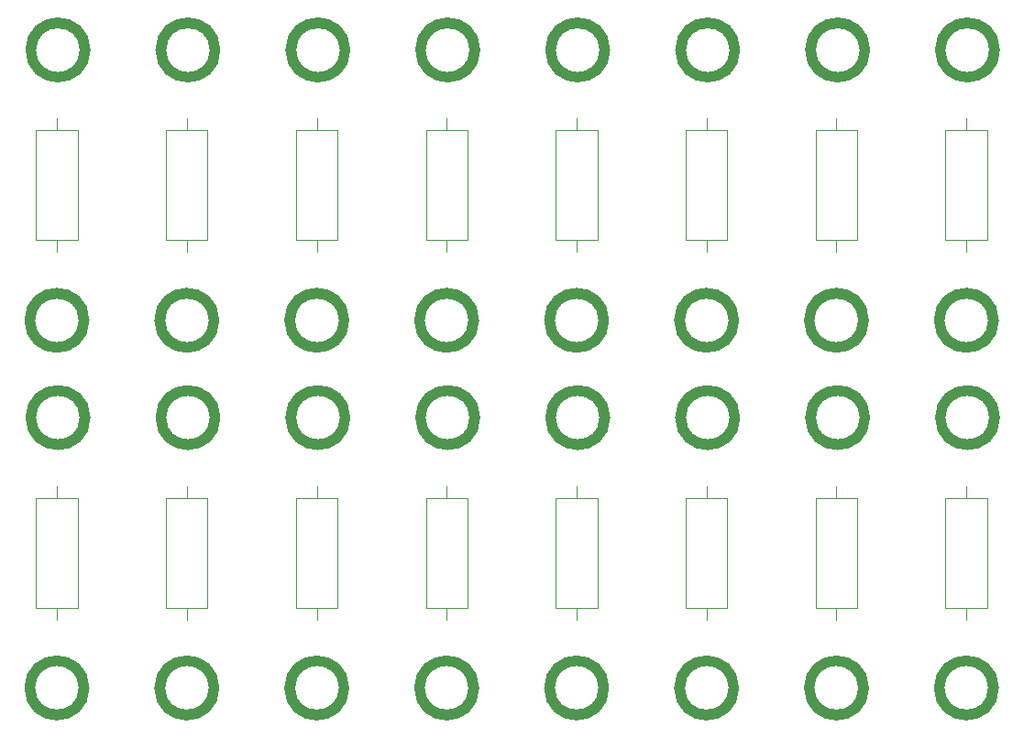
<source format=gbr>
%TF.GenerationSoftware,KiCad,Pcbnew,8.0.2*%
%TF.CreationDate,2024-06-26T14:53:40+07:00*%
%TF.ProjectId,Resistor_Panel,52657369-7374-46f7-925f-50616e656c2e,rev?*%
%TF.SameCoordinates,Original*%
%TF.FileFunction,Legend,Top*%
%TF.FilePolarity,Positive*%
%FSLAX46Y46*%
G04 Gerber Fmt 4.6, Leading zero omitted, Abs format (unit mm)*
G04 Created by KiCad (PCBNEW 8.0.2) date 2024-06-26 14:53:40*
%MOMM*%
%LPD*%
G01*
G04 APERTURE LIST*
%ADD10C,1.000000*%
%ADD11C,0.120000*%
%ADD12C,2.400000*%
%ADD13O,2.400000X2.400000*%
%ADD14C,4.000000*%
G04 APERTURE END LIST*
D10*
X43500000Y-70580500D02*
G75*
G02*
X38500000Y-70580500I-2500000J0D01*
G01*
X38500000Y-70580500D02*
G75*
G02*
X43500000Y-70580500I2500000J0D01*
G01*
X7600000Y-11580500D02*
G75*
G02*
X2600000Y-11580500I-2500000J0D01*
G01*
X2600000Y-11580500D02*
G75*
G02*
X7600000Y-11580500I2500000J0D01*
G01*
X43500000Y-36580500D02*
G75*
G02*
X38500000Y-36580500I-2500000J0D01*
G01*
X38500000Y-36580500D02*
G75*
G02*
X43500000Y-36580500I2500000J0D01*
G01*
X91500000Y-70580500D02*
G75*
G02*
X86500000Y-70580500I-2500000J0D01*
G01*
X86500000Y-70580500D02*
G75*
G02*
X91500000Y-70580500I2500000J0D01*
G01*
X67500000Y-70580500D02*
G75*
G02*
X62500000Y-70580500I-2500000J0D01*
G01*
X62500000Y-70580500D02*
G75*
G02*
X67500000Y-70580500I2500000J0D01*
G01*
X91600000Y-11580500D02*
G75*
G02*
X86600000Y-11580500I-2500000J0D01*
G01*
X86600000Y-11580500D02*
G75*
G02*
X91600000Y-11580500I2500000J0D01*
G01*
X19500000Y-36580500D02*
G75*
G02*
X14500000Y-36580500I-2500000J0D01*
G01*
X14500000Y-36580500D02*
G75*
G02*
X19500000Y-36580500I2500000J0D01*
G01*
X31600000Y-11580500D02*
G75*
G02*
X26600000Y-11580500I-2500000J0D01*
G01*
X26600000Y-11580500D02*
G75*
G02*
X31600000Y-11580500I2500000J0D01*
G01*
X31500000Y-36580500D02*
G75*
G02*
X26500000Y-36580500I-2500000J0D01*
G01*
X26500000Y-36580500D02*
G75*
G02*
X31500000Y-36580500I2500000J0D01*
G01*
X43600000Y-45580500D02*
G75*
G02*
X38600000Y-45580500I-2500000J0D01*
G01*
X38600000Y-45580500D02*
G75*
G02*
X43600000Y-45580500I2500000J0D01*
G01*
X67500000Y-36580500D02*
G75*
G02*
X62500000Y-36580500I-2500000J0D01*
G01*
X62500000Y-36580500D02*
G75*
G02*
X67500000Y-36580500I2500000J0D01*
G01*
X79600000Y-45580500D02*
G75*
G02*
X74600000Y-45580500I-2500000J0D01*
G01*
X74600000Y-45580500D02*
G75*
G02*
X79600000Y-45580500I2500000J0D01*
G01*
X31500000Y-70580500D02*
G75*
G02*
X26500000Y-70580500I-2500000J0D01*
G01*
X26500000Y-70580500D02*
G75*
G02*
X31500000Y-70580500I2500000J0D01*
G01*
X19600000Y-45580500D02*
G75*
G02*
X14600000Y-45580500I-2500000J0D01*
G01*
X14600000Y-45580500D02*
G75*
G02*
X19600000Y-45580500I2500000J0D01*
G01*
X19600000Y-11580500D02*
G75*
G02*
X14600000Y-11580500I-2500000J0D01*
G01*
X14600000Y-11580500D02*
G75*
G02*
X19600000Y-11580500I2500000J0D01*
G01*
X7500000Y-36580500D02*
G75*
G02*
X2500000Y-36580500I-2500000J0D01*
G01*
X2500000Y-36580500D02*
G75*
G02*
X7500000Y-36580500I2500000J0D01*
G01*
X7600000Y-45580500D02*
G75*
G02*
X2600000Y-45580500I-2500000J0D01*
G01*
X2600000Y-45580500D02*
G75*
G02*
X7600000Y-45580500I2500000J0D01*
G01*
X67600000Y-11580500D02*
G75*
G02*
X62600000Y-11580500I-2500000J0D01*
G01*
X62600000Y-11580500D02*
G75*
G02*
X67600000Y-11580500I2500000J0D01*
G01*
X91500000Y-36580500D02*
G75*
G02*
X86500000Y-36580500I-2500000J0D01*
G01*
X86500000Y-36580500D02*
G75*
G02*
X91500000Y-36580500I2500000J0D01*
G01*
X19500000Y-70580500D02*
G75*
G02*
X14500000Y-70580500I-2500000J0D01*
G01*
X14500000Y-70580500D02*
G75*
G02*
X19500000Y-70580500I2500000J0D01*
G01*
X79500000Y-36580500D02*
G75*
G02*
X74500000Y-36580500I-2500000J0D01*
G01*
X74500000Y-36580500D02*
G75*
G02*
X79500000Y-36580500I2500000J0D01*
G01*
X55500000Y-36580500D02*
G75*
G02*
X50500000Y-36580500I-2500000J0D01*
G01*
X50500000Y-36580500D02*
G75*
G02*
X55500000Y-36580500I2500000J0D01*
G01*
X67600000Y-45580500D02*
G75*
G02*
X62600000Y-45580500I-2500000J0D01*
G01*
X62600000Y-45580500D02*
G75*
G02*
X67600000Y-45580500I2500000J0D01*
G01*
X79500000Y-70580500D02*
G75*
G02*
X74500000Y-70580500I-2500000J0D01*
G01*
X74500000Y-70580500D02*
G75*
G02*
X79500000Y-70580500I2500000J0D01*
G01*
X55500000Y-70580500D02*
G75*
G02*
X50500000Y-70580500I-2500000J0D01*
G01*
X50500000Y-70580500D02*
G75*
G02*
X55500000Y-70580500I2500000J0D01*
G01*
X43600000Y-11580500D02*
G75*
G02*
X38600000Y-11580500I-2500000J0D01*
G01*
X38600000Y-11580500D02*
G75*
G02*
X43600000Y-11580500I2500000J0D01*
G01*
X79600000Y-11580500D02*
G75*
G02*
X74600000Y-11580500I-2500000J0D01*
G01*
X74600000Y-11580500D02*
G75*
G02*
X79600000Y-11580500I2500000J0D01*
G01*
X7500000Y-70580500D02*
G75*
G02*
X2500000Y-70580500I-2500000J0D01*
G01*
X2500000Y-70580500D02*
G75*
G02*
X7500000Y-70580500I2500000J0D01*
G01*
X91600000Y-45580500D02*
G75*
G02*
X86600000Y-45580500I-2500000J0D01*
G01*
X86600000Y-45580500D02*
G75*
G02*
X91600000Y-45580500I2500000J0D01*
G01*
X31600000Y-45580500D02*
G75*
G02*
X26600000Y-45580500I-2500000J0D01*
G01*
X26600000Y-45580500D02*
G75*
G02*
X31600000Y-45580500I2500000J0D01*
G01*
X55600000Y-11580500D02*
G75*
G02*
X50600000Y-11580500I-2500000J0D01*
G01*
X50600000Y-11580500D02*
G75*
G02*
X55600000Y-11580500I2500000J0D01*
G01*
X55600000Y-45580500D02*
G75*
G02*
X50600000Y-45580500I-2500000J0D01*
G01*
X50600000Y-45580500D02*
G75*
G02*
X55600000Y-45580500I2500000J0D01*
G01*
D11*
%TO.C,R1*%
X75080000Y-53010500D02*
X75080000Y-63150500D01*
X75080000Y-63150500D02*
X78920000Y-63150500D01*
X77000000Y-51900500D02*
X77000000Y-53010500D01*
X77000000Y-64260500D02*
X77000000Y-63150500D01*
X78920000Y-53010500D02*
X75080000Y-53010500D01*
X78920000Y-63150500D02*
X78920000Y-53010500D01*
X39080000Y-53010500D02*
X39080000Y-63150500D01*
X39080000Y-63150500D02*
X42920000Y-63150500D01*
X41000000Y-51900500D02*
X41000000Y-53010500D01*
X41000000Y-64260500D02*
X41000000Y-63150500D01*
X42920000Y-53010500D02*
X39080000Y-53010500D01*
X42920000Y-63150500D02*
X42920000Y-53010500D01*
X63080000Y-19010500D02*
X63080000Y-29150500D01*
X63080000Y-29150500D02*
X66920000Y-29150500D01*
X65000000Y-17900500D02*
X65000000Y-19010500D01*
X65000000Y-30260500D02*
X65000000Y-29150500D01*
X66920000Y-19010500D02*
X63080000Y-19010500D01*
X66920000Y-29150500D02*
X66920000Y-19010500D01*
X27080000Y-19010500D02*
X27080000Y-29150500D01*
X27080000Y-29150500D02*
X30920000Y-29150500D01*
X29000000Y-17900500D02*
X29000000Y-19010500D01*
X29000000Y-30260500D02*
X29000000Y-29150500D01*
X30920000Y-19010500D02*
X27080000Y-19010500D01*
X30920000Y-29150500D02*
X30920000Y-19010500D01*
X87080000Y-19010500D02*
X87080000Y-29150500D01*
X87080000Y-29150500D02*
X90920000Y-29150500D01*
X89000000Y-17900500D02*
X89000000Y-19010500D01*
X89000000Y-30260500D02*
X89000000Y-29150500D01*
X90920000Y-19010500D02*
X87080000Y-19010500D01*
X90920000Y-29150500D02*
X90920000Y-19010500D01*
X3080000Y-53010500D02*
X3080000Y-63150500D01*
X3080000Y-63150500D02*
X6920000Y-63150500D01*
X5000000Y-51900500D02*
X5000000Y-53010500D01*
X5000000Y-64260500D02*
X5000000Y-63150500D01*
X6920000Y-53010500D02*
X3080000Y-53010500D01*
X6920000Y-63150500D02*
X6920000Y-53010500D01*
X3080000Y-19010500D02*
X3080000Y-29150500D01*
X3080000Y-29150500D02*
X6920000Y-29150500D01*
X5000000Y-17900500D02*
X5000000Y-19010500D01*
X5000000Y-30260500D02*
X5000000Y-29150500D01*
X6920000Y-19010500D02*
X3080000Y-19010500D01*
X6920000Y-29150500D02*
X6920000Y-19010500D01*
X27080000Y-53010500D02*
X27080000Y-63150500D01*
X27080000Y-63150500D02*
X30920000Y-63150500D01*
X29000000Y-51900500D02*
X29000000Y-53010500D01*
X29000000Y-64260500D02*
X29000000Y-63150500D01*
X30920000Y-53010500D02*
X27080000Y-53010500D01*
X30920000Y-63150500D02*
X30920000Y-53010500D01*
X51080000Y-19010500D02*
X51080000Y-29150500D01*
X51080000Y-29150500D02*
X54920000Y-29150500D01*
X53000000Y-17900500D02*
X53000000Y-19010500D01*
X53000000Y-30260500D02*
X53000000Y-29150500D01*
X54920000Y-19010500D02*
X51080000Y-19010500D01*
X54920000Y-29150500D02*
X54920000Y-19010500D01*
X63080000Y-53010500D02*
X63080000Y-63150500D01*
X63080000Y-63150500D02*
X66920000Y-63150500D01*
X65000000Y-51900500D02*
X65000000Y-53010500D01*
X65000000Y-64260500D02*
X65000000Y-63150500D01*
X66920000Y-53010500D02*
X63080000Y-53010500D01*
X66920000Y-63150500D02*
X66920000Y-53010500D01*
X51080000Y-53010500D02*
X51080000Y-63150500D01*
X51080000Y-63150500D02*
X54920000Y-63150500D01*
X53000000Y-51900500D02*
X53000000Y-53010500D01*
X53000000Y-64260500D02*
X53000000Y-63150500D01*
X54920000Y-53010500D02*
X51080000Y-53010500D01*
X54920000Y-63150500D02*
X54920000Y-53010500D01*
X39080000Y-19010500D02*
X39080000Y-29150500D01*
X39080000Y-29150500D02*
X42920000Y-29150500D01*
X41000000Y-17900500D02*
X41000000Y-19010500D01*
X41000000Y-30260500D02*
X41000000Y-29150500D01*
X42920000Y-19010500D02*
X39080000Y-19010500D01*
X42920000Y-29150500D02*
X42920000Y-19010500D01*
X87080000Y-53010500D02*
X87080000Y-63150500D01*
X87080000Y-63150500D02*
X90920000Y-63150500D01*
X89000000Y-51900500D02*
X89000000Y-53010500D01*
X89000000Y-64260500D02*
X89000000Y-63150500D01*
X90920000Y-53010500D02*
X87080000Y-53010500D01*
X90920000Y-63150500D02*
X90920000Y-53010500D01*
X15080000Y-53010500D02*
X15080000Y-63150500D01*
X15080000Y-63150500D02*
X18920000Y-63150500D01*
X17000000Y-51900500D02*
X17000000Y-53010500D01*
X17000000Y-64260500D02*
X17000000Y-63150500D01*
X18920000Y-53010500D02*
X15080000Y-53010500D01*
X18920000Y-63150500D02*
X18920000Y-53010500D01*
X15080000Y-19010500D02*
X15080000Y-29150500D01*
X15080000Y-29150500D02*
X18920000Y-29150500D01*
X17000000Y-17900500D02*
X17000000Y-19010500D01*
X17000000Y-30260500D02*
X17000000Y-29150500D01*
X18920000Y-19010500D02*
X15080000Y-19010500D01*
X18920000Y-29150500D02*
X18920000Y-19010500D01*
X75080000Y-19010500D02*
X75080000Y-29150500D01*
X75080000Y-29150500D02*
X78920000Y-29150500D01*
X77000000Y-17900500D02*
X77000000Y-19010500D01*
X77000000Y-30260500D02*
X77000000Y-29150500D01*
X78920000Y-19010500D02*
X75080000Y-19010500D01*
X78920000Y-29150500D02*
X78920000Y-19010500D01*
%TD*%
%LPC*%
D12*
%TO.C,R1*%
X77000000Y-50460500D03*
D13*
X77000000Y-65700500D03*
%TD*%
D14*
%TO.C,J1*%
X29100000Y-45580500D03*
%TD*%
%TO.C,J1*%
X89100000Y-11580500D03*
%TD*%
D12*
%TO.C,R1*%
X41000000Y-50460500D03*
D13*
X41000000Y-65700500D03*
%TD*%
D14*
%TO.C,J2*%
X41000000Y-70580500D03*
%TD*%
D12*
%TO.C,R1*%
X65000000Y-16460500D03*
D13*
X65000000Y-31700500D03*
%TD*%
D14*
%TO.C,J1*%
X89100000Y-45580500D03*
%TD*%
%TO.C,J1*%
X53100000Y-11580500D03*
%TD*%
%TO.C,J2*%
X53000000Y-36580500D03*
%TD*%
%TO.C,J2*%
X77000000Y-70580500D03*
%TD*%
D12*
%TO.C,R1*%
X29000000Y-16460500D03*
D13*
X29000000Y-31700500D03*
%TD*%
D14*
%TO.C,J1*%
X41100000Y-11580500D03*
%TD*%
%TO.C,J2*%
X29000000Y-36580500D03*
%TD*%
%TO.C,J1*%
X53100000Y-45580500D03*
%TD*%
D12*
%TO.C,R1*%
X89000000Y-16460500D03*
D13*
X89000000Y-31700500D03*
%TD*%
D14*
%TO.C,J2*%
X65000000Y-36580500D03*
%TD*%
D12*
%TO.C,R1*%
X5000000Y-50460500D03*
D13*
X5000000Y-65700500D03*
%TD*%
D14*
%TO.C,J2*%
X77000000Y-36580500D03*
%TD*%
%TO.C,J1*%
X65100000Y-45580500D03*
%TD*%
D12*
%TO.C,R1*%
X5000000Y-16460500D03*
D13*
X5000000Y-31700500D03*
%TD*%
D14*
%TO.C,J1*%
X77100000Y-11580500D03*
%TD*%
%TO.C,J2*%
X65000000Y-70580500D03*
%TD*%
%TO.C,J1*%
X5100000Y-11580500D03*
%TD*%
D12*
%TO.C,R1*%
X29000000Y-50460500D03*
D13*
X29000000Y-65700500D03*
%TD*%
D14*
%TO.C,J1*%
X17100000Y-11580500D03*
%TD*%
%TO.C,J1*%
X29100000Y-11580500D03*
%TD*%
%TO.C,J1*%
X5100000Y-45580500D03*
%TD*%
%TO.C,J2*%
X17000000Y-70580500D03*
%TD*%
D12*
%TO.C,R1*%
X53000000Y-16460500D03*
D13*
X53000000Y-31700500D03*
%TD*%
D14*
%TO.C,J2*%
X89000000Y-36580500D03*
%TD*%
%TO.C,J2*%
X5000000Y-36580500D03*
%TD*%
%TO.C,J1*%
X65100000Y-11580500D03*
%TD*%
%TO.C,J1*%
X41100000Y-45580500D03*
%TD*%
D12*
%TO.C,R1*%
X65000000Y-50460500D03*
D13*
X65000000Y-65700500D03*
%TD*%
D14*
%TO.C,J2*%
X89000000Y-70580500D03*
%TD*%
%TO.C,J2*%
X5000000Y-70580500D03*
%TD*%
D12*
%TO.C,R1*%
X53000000Y-50460500D03*
D13*
X53000000Y-65700500D03*
%TD*%
D12*
%TO.C,R1*%
X41000000Y-16460500D03*
D13*
X41000000Y-31700500D03*
%TD*%
D12*
%TO.C,R1*%
X89000000Y-50460500D03*
D13*
X89000000Y-65700500D03*
%TD*%
D14*
%TO.C,J1*%
X17100000Y-45580500D03*
%TD*%
%TO.C,J2*%
X53000000Y-70580500D03*
%TD*%
%TO.C,J2*%
X17000000Y-36580500D03*
%TD*%
D12*
%TO.C,R1*%
X17000000Y-50460500D03*
D13*
X17000000Y-65700500D03*
%TD*%
D14*
%TO.C,J1*%
X77100000Y-45580500D03*
%TD*%
D12*
%TO.C,R1*%
X17000000Y-16460500D03*
D13*
X17000000Y-31700500D03*
%TD*%
D14*
%TO.C,J2*%
X29000000Y-70580500D03*
%TD*%
D12*
%TO.C,R1*%
X77000000Y-16460500D03*
D13*
X77000000Y-31700500D03*
%TD*%
D14*
%TO.C,J2*%
X41000000Y-36580500D03*
%TD*%
%LPD*%
M02*

</source>
